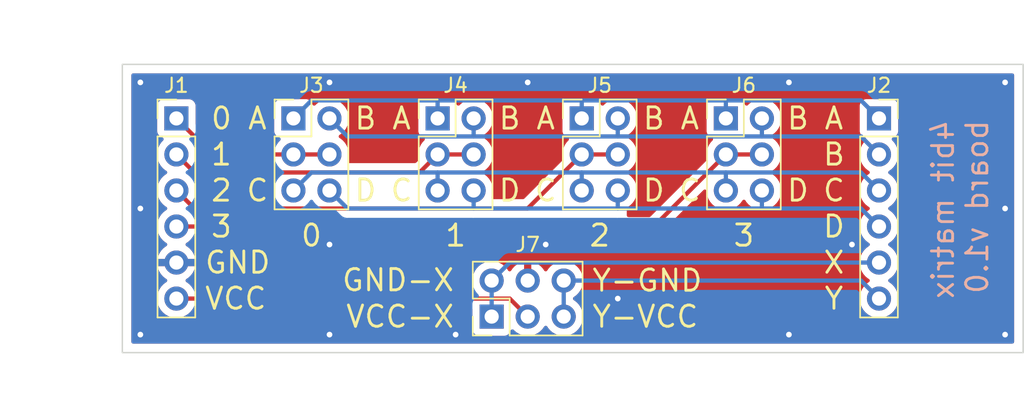
<source format=kicad_pcb>
(kicad_pcb (version 20211014) (generator pcbnew)
  (layers (0 "F.Cu" signal) (31 "B.Cu" signal) (34 "B.Paste" user) (35 "F.Paste" user) (36 "B.SilkS" user "B.Silkscreen") (37 "F.SilkS" user "F.Silkscreen") (38 "B.Mask" user) (39 "F.Mask" user) (44 "Edge.Cuts" user))
  (net 0 "")
  (net 1 "/io0")
  (net 2 "/io1")
  (net 3 "/io2")
  (net 4 "/io3")
  (net 5 "/GND")
  (net 6 "/VCC")
  (net 7 "/A")
  (net 8 "/B")
  (net 9 "/C")
  (net 10 "/D")
  (net 11 "/X")
  (net 12 "/Y")
  (footprint "Connector_PinHeader_2.54mm:PinHeader_1x06_P2.54mm_Vertical" (layer "F.Cu") (at 119.38 88.9)
    (fp_text reference "J1" (at 0 -2.33) (layer "F.SilkS"))
    (fp_text value "Conn_01x06")
    (fp_line (start 1.33 1.27) (end 1.33 14.03) (layer "F.SilkS") (width 0.12))
    (fp_line (start -1.33 14.03) (end 1.33 14.03) (layer "F.SilkS") (width 0.12))
    (fp_line (start -1.33 -1.33) (end 0 -1.33) (layer "F.SilkS") (width 0.12))
    (fp_line (start -1.33 0) (end -1.33 -1.33) (layer "F.SilkS") (width 0.12))
    (fp_line (start -1.33 1.27) (end -1.33 14.03) (layer "F.SilkS") (width 0.12))
    (fp_line (start -1.33 1.27) (end 1.33 1.27) (layer "F.SilkS") (width 0.12))
    (pad "1" thru_hole rect (at 0 0) (size 1.7 1.7) (drill 1) (layers *.Cu *.Mask) (net 1 "/io0"))
    (pad "2" thru_hole oval (at 0 2.54) (size 1.7 1.7) (drill 1) (layers *.Cu *.Mask) (net 2 "/io1"))
    (pad "3" thru_hole oval (at 0 5.08) (size 1.7 1.7) (drill 1) (layers *.Cu *.Mask) (net 3 "/io2"))
    (pad "4" thru_hole oval (at 0 7.62) (size 1.7 1.7) (drill 1) (layers *.Cu *.Mask) (net 4 "/io3"))
    (pad "5" thru_hole oval (at 0 10.16) (size 1.7 1.7) (drill 1) (layers *.Cu *.Mask) (net 5 "/GND"))
    (pad "6" thru_hole oval (at 0 12.7) (size 1.7 1.7) (drill 1) (layers *.Cu *.Mask) (net 6 "/VCC"))
  )
  (footprint "Connector_PinHeader_2.54mm:PinHeader_2x03_P2.54mm_Vertical" (layer "F.Cu") (at 141.605 102.87 90)
    (fp_text reference "J7" (at 5.08 2.54 180) (layer "F.SilkS"))
    (fp_text value "Conn_02x03_Odd_Even")
    (fp_line (start -1.33 1.27) (end -1.33 6.41) (layer "F.SilkS") (width 0.12))
    (fp_line (start 1.27 -1.33) (end 3.87 -1.33) (layer "F.SilkS") (width 0.12))
    (fp_line (start -1.33 0) (end -1.33 -1.33) (layer "F.SilkS") (width 0.12))
    (fp_line (start -1.33 -1.33) (end 0 -1.33) (layer "F.SilkS") (width 0.12))
    (fp_line (start -1.33 1.27) (end 1.27 1.27) (layer "F.SilkS") (width 0.12))
    (fp_line (start 3.87 -1.33) (end 3.87 6.41) (layer "F.SilkS") (width 0.12))
    (fp_line (start -1.33 6.41) (end 3.87 6.41) (layer "F.SilkS") (width 0.12))
    (fp_line (start 1.27 1.27) (end 1.27 -1.33) (layer "F.SilkS") (width 0.12))
    (pad "1" thru_hole rect (at 0 0 90) (size 1.7 1.7) (drill 1) (layers *.Cu *.Mask) (net 11 "/X"))
    (pad "2" thru_hole oval (at 2.54 0 90) (size 1.7 1.7) (drill 1) (layers *.Cu *.Mask) (net 11 "/X"))
    (pad "3" thru_hole oval (at 0 2.54 90) (size 1.7 1.7) (drill 1) (layers *.Cu *.Mask) (net 6 "/VCC"))
    (pad "4" thru_hole oval (at 2.54 2.54 90) (size 1.7 1.7) (drill 1) (layers *.Cu *.Mask) (net 5 "/GND"))
    (pad "5" thru_hole oval (at 0 5.08 90) (size 1.7 1.7) (drill 1) (layers *.Cu *.Mask) (net 12 "/Y"))
    (pad "6" thru_hole oval (at 2.54 5.08 90) (size 1.7 1.7) (drill 1) (layers *.Cu *.Mask) (net 12 "/Y"))
  )
  (footprint "Connector_PinHeader_2.54mm:PinHeader_2x03_P2.54mm_Vertical" (layer "F.Cu") (at 127.63 88.9)
    (fp_text reference "J3" (at 1.27 -2.33) (layer "F.SilkS"))
    (fp_text value "Conn_02x03_Odd_Even")
    (fp_line (start -1.33 1.27) (end 1.27 1.27) (layer "F.SilkS") (width 0.12))
    (fp_line (start -1.33 0) (end -1.33 -1.33) (layer "F.SilkS") (width 0.12))
    (fp_line (start -1.33 1.27) (end -1.33 6.41) (layer "F.SilkS") (width 0.12))
    (fp_line (start -1.33 6.41) (end 3.87 6.41) (layer "F.SilkS") (width 0.12))
    (fp_line (start 1.27 -1.33) (end 3.87 -1.33) (layer "F.SilkS") (width 0.12))
    (fp_line (start -1.33 -1.33) (end 0 -1.33) (layer "F.SilkS") (width 0.12))
    (fp_line (start 3.87 -1.33) (end 3.87 6.41) (layer "F.SilkS") (width 0.12))
    (fp_line (start 1.27 1.27) (end 1.27 -1.33) (layer "F.SilkS") (width 0.12))
    (pad "1" thru_hole rect (at 0 0) (size 1.7 1.7) (drill 1) (layers *.Cu *.Mask) (net 7 "/A"))
    (pad "2" thru_hole oval (at 2.54 0) (size 1.7 1.7) (drill 1) (layers *.Cu *.Mask) (net 8 "/B"))
    (pad "3" thru_hole oval (at 0 2.54) (size 1.7 1.7) (drill 1) (layers *.Cu *.Mask) (net 1 "/io0"))
    (pad "4" thru_hole oval (at 2.54 2.54) (size 1.7 1.7) (drill 1) (layers *.Cu *.Mask) (net 1 "/io0"))
    (pad "5" thru_hole oval (at 0 5.08) (size 1.7 1.7) (drill 1) (layers *.Cu *.Mask) (net 9 "/C"))
    (pad "6" thru_hole oval (at 2.54 5.08) (size 1.7 1.7) (drill 1) (layers *.Cu *.Mask) (net 10 "/D"))
  )
  (footprint "Connector_PinHeader_2.54mm:PinHeader_2x03_P2.54mm_Vertical" (layer "F.Cu") (at 147.955 88.9)
    (fp_text reference "J5" (at 1.27 -2.33) (layer "F.SilkS"))
    (fp_text value "Conn_02x03_Odd_Even")
    (fp_line (start -1.33 6.41) (end 3.87 6.41) (layer "F.SilkS") (width 0.12))
    (fp_line (start -1.33 0) (end -1.33 -1.33) (layer "F.SilkS") (width 0.12))
    (fp_line (start -1.33 1.27) (end -1.33 6.41) (layer "F.SilkS") (width 0.12))
    (fp_line (start 1.27 1.27) (end 1.27 -1.33) (layer "F.SilkS") (width 0.12))
    (fp_line (start 1.27 -1.33) (end 3.87 -1.33) (layer "F.SilkS") (width 0.12))
    (fp_line (start -1.33 -1.33) (end 0 -1.33) (layer "F.SilkS") (width 0.12))
    (fp_line (start 3.87 -1.33) (end 3.87 6.41) (layer "F.SilkS") (width 0.12))
    (fp_line (start -1.33 1.27) (end 1.27 1.27) (layer "F.SilkS") (width 0.12))
    (pad "1" thru_hole rect (at 0 0) (size 1.7 1.7) (drill 1) (layers *.Cu *.Mask) (net 7 "/A"))
    (pad "2" thru_hole oval (at 2.54 0) (size 1.7 1.7) (drill 1) (layers *.Cu *.Mask) (net 8 "/B"))
    (pad "3" thru_hole oval (at 0 2.54) (size 1.7 1.7) (drill 1) (layers *.Cu *.Mask) (net 3 "/io2"))
    (pad "4" thru_hole oval (at 2.54 2.54) (size 1.7 1.7) (drill 1) (layers *.Cu *.Mask) (net 3 "/io2"))
    (pad "5" thru_hole oval (at 0 5.08) (size 1.7 1.7) (drill 1) (layers *.Cu *.Mask) (net 9 "/C"))
    (pad "6" thru_hole oval (at 2.54 5.08) (size 1.7 1.7) (drill 1) (layers *.Cu *.Mask) (net 10 "/D"))
  )
  (footprint "Connector_PinSocket_2.54mm:PinSocket_1x06_P2.54mm_Vertical" (layer "F.Cu") (at 168.91 88.9)
    (fp_text reference "J2" (at 0 -2.33) (layer "F.SilkS"))
    (fp_text value "Conn_01x06")
    (fp_line (start -1.33 1.27) (end 1.33 1.27) (layer "F.SilkS") (width 0.12))
    (fp_line (start -1.33 1.27) (end -1.33 14.03) (layer "F.SilkS") (width 0.12))
    (fp_line (start 1.33 1.27) (end 1.33 14.03) (layer "F.SilkS") (width 0.12))
    (fp_line (start 0 -1.33) (end 1.33 -1.33) (layer "F.SilkS") (width 0.12))
    (fp_line (start 1.33 -1.33) (end 1.33 0) (layer "F.SilkS") (width 0.12))
    (fp_line (start -1.33 14.03) (end 1.33 14.03) (layer "F.SilkS") (width 0.12))
    (pad "1" thru_hole rect (at 0 0) (size 1.7 1.7) (drill 1) (layers *.Cu *.Mask) (net 7 "/A"))
    (pad "2" thru_hole oval (at 0 2.54) (size 1.7 1.7) (drill 1) (layers *.Cu *.Mask) (net 8 "/B"))
    (pad "3" thru_hole oval (at 0 5.08) (size 1.7 1.7) (drill 1) (layers *.Cu *.Mask) (net 9 "/C"))
    (pad "4" thru_hole oval (at 0 7.62) (size 1.7 1.7) (drill 1) (layers *.Cu *.Mask) (net 10 "/D"))
    (pad "5" thru_hole oval (at 0 10.16) (size 1.7 1.7) (drill 1) (layers *.Cu *.Mask) (net 11 "/X"))
    (pad "6" thru_hole oval (at 0 12.7) (size 1.7 1.7) (drill 1) (layers *.Cu *.Mask) (net 12 "/Y"))
  )
  (footprint "Connector_PinHeader_2.54mm:PinHeader_2x03_P2.54mm_Vertical" (layer "F.Cu") (at 158.115 88.9)
    (fp_text reference "J6" (at 1.27 -2.33) (layer "F.SilkS"))
    (fp_text value "Conn_02x03_Odd_Even")
    (fp_line (start -1.33 1.27) (end -1.33 6.41) (layer "F.SilkS") (width 0.12))
    (fp_line (start -1.33 0) (end -1.33 -1.33) (layer "F.SilkS") (width 0.12))
    (fp_line (start 3.87 -1.33) (end 3.87 6.41) (layer "F.SilkS") (width 0.12))
    (fp_line (start -1.33 -1.33) (end 0 -1.33) (layer "F.SilkS") (width 0.12))
    (fp_line (start 1.27 -1.33) (end 3.87 -1.33) (layer "F.SilkS") (width 0.12))
    (fp_line (start -1.33 6.41) (end 3.87 6.41) (layer "F.SilkS") (width 0.12))
    (fp_line (start 1.27 1.27) (end 1.27 -1.33) (layer "F.SilkS") (width 0.12))
    (fp_line (start -1.33 1.27) (end 1.27 1.27) (layer "F.SilkS") (width 0.12))
    (pad "1" thru_hole rect (at 0 0) (size 1.7 1.7) (drill 1) (layers *.Cu *.Mask) (net 7 "/A"))
    (pad "2" thru_hole oval (at 2.54 0) (size 1.7 1.7) (drill 1) (layers *.Cu *.Mask) (net 8 "/B"))
    (pad "3" thru_hole oval (at 0 2.54) (size 1.7 1.7) (drill 1) (layers *.Cu *.Mask) (net 4 "/io3"))
    (pad "4" thru_hole oval (at 2.54 2.54) (size 1.7 1.7) (drill 1) (layers *.Cu *.Mask) (net 4 "/io3"))
    (pad "5" thru_hole oval (at 0 5.08) (size 1.7 1.7) (drill 1) (layers *.Cu *.Mask) (net 9 "/C"))
    (pad "6" thru_hole oval (at 2.54 5.08) (size 1.7 1.7) (drill 1) (layers *.Cu *.Mask) (net 10 "/D"))
  )
  (footprint "Connector_PinHeader_2.54mm:PinHeader_2x03_P2.54mm_Vertical" (layer "F.Cu") (at 137.795 88.9)
    (fp_text reference "J4" (at 1.27 -2.33) (layer "F.SilkS"))
    (fp_text value "Conn_02x03_Odd_Even")
    (fp_line (start 1.27 -1.33) (end 3.87 -1.33) (layer "F.SilkS") (width 0.12))
    (fp_line (start -1.33 1.27) (end -1.33 6.41) (layer "F.SilkS") (width 0.12))
    (fp_line (start -1.33 0) (end -1.33 -1.33) (layer "F.SilkS") (width 0.12))
    (fp_line (start -1.33 6.41) (end 3.87 6.41) (layer "F.SilkS") (width 0.12))
    (fp_line (start 1.27 1.27) (end 1.27 -1.33) (layer "F.SilkS") (width 0.12))
    (fp_line (start 3.87 -1.33) (end 3.87 6.41) (layer "F.SilkS") (width 0.12))
    (fp_line (start -1.33 1.27) (end 1.27 1.27) (layer "F.SilkS") (width 0.12))
    (fp_line (start -1.33 -1.33) (end 0 -1.33) (layer "F.SilkS") (width 0.12))
    (pad "1" thru_hole rect (at 0 0) (size 1.7 1.7) (drill 1) (layers *.Cu *.Mask) (net 7 "/A"))
    (pad "2" thru_hole oval (at 2.54 0) (size 1.7 1.7) (drill 1) (layers *.Cu *.Mask) (net 8 "/B"))
    (pad "3" thru_hole oval (at 0 2.54) (size 1.7 1.7) (drill 1) (layers *.Cu *.Mask) (net 2 "/io1"))
    (pad "4" thru_hole oval (at 2.54 2.54) (size 1.7 1.7) (drill 1) (layers *.Cu *.Mask) (net 2 "/io1"))
    (pad "5" thru_hole oval (at 0 5.08) (size 1.7 1.7) (drill 1) (layers *.Cu *.Mask) (net 9 "/C"))
    (pad "6" thru_hole oval (at 2.54 5.08) (size 1.7 1.7) (drill 1) (layers *.Cu *.Mask) (net 10 "/D"))
  )
  (gr_rect (start 115.57 85.09) (end 179.07 105.41) (layer "Edge.Cuts") (width 0.1) (fill none))
  (gr_text "4bit matrix\nboard v1.0" (at 174.625 88.9 90) (layer "B.SilkS") (effects (font (size 1.5 1.5) (thickness 0.2)) (justify left mirror)))
  (gr_text "A" (at 125.09 88.9) (layer "F.SilkS") (effects (font (size 1.5 1.5) (thickness 0.2))))
  (gr_text "3" (at 122.555 96.52) (layer "F.SilkS") (effects (font (size 1.5 1.5) (thickness 0.2))))
  (gr_text "A" (at 145.415 88.9) (layer "F.SilkS") (effects (font (size 1.5 1.5) (thickness 0.2))))
  (gr_text "GND" (at 121.285 99.06) (layer "F.SilkS") (effects (font (size 1.5 1.5) (thickness 0.2)) (justify left)))
  (gr_text "Y" (at 165.735 101.6) (layer "F.SilkS") (effects (font (size 1.5 1.5) (thickness 0.2))))
  (gr_text "0" (at 122.555 88.9) (layer "F.SilkS") (effects (font (size 1.5 1.5) (thickness 0.2))))
  (gr_text "B" (at 153.035 88.9) (layer "F.SilkS") (effects (font (size 1.5 1.5) (thickness 0.2))))
  (gr_text "2" (at 122.555 93.98) (layer "F.SilkS") (effects (font (size 1.5 1.5) (thickness 0.2))))
  (gr_text "B" (at 163.195 88.9) (layer "F.SilkS") (effects (font (size 1.5 1.5) (thickness 0.2))))
  (gr_text "A" (at 165.735 88.9) (layer "F.SilkS") (effects (font (size 1.5 1.5) (thickness 0.2))))
  (gr_text "X" (at 165.735 99.06) (layer "F.SilkS") (effects (font (size 1.5 1.5) (thickness 0.2))))
  (gr_text "C" (at 125.09 93.98) (layer "F.SilkS") (effects (font (size 1.5 1.5) (thickness 0.2))))
  (gr_text "B" (at 142.875 88.9) (layer "F.SilkS") (effects (font (size 1.5 1.5) (thickness 0.2))))
  (gr_text "C" (at 155.575 93.98) (layer "F.SilkS") (effects (font (size 1.5 1.5) (thickness 0.2))))
  (gr_text "1" (at 122.555 91.44) (layer "F.SilkS") (effects (font (size 1.5 1.5) (thickness 0.2))))
  (gr_text "B" (at 132.71 88.9) (layer "F.SilkS") (effects (font (size 1.5 1.5) (thickness 0.2))))
  (gr_text "D" (at 165.735 96.52) (layer "F.SilkS") (effects (font (size 1.5 1.5) (thickness 0.2))))
  (gr_text "C" (at 145.415 93.98) (layer "F.SilkS") (effects (font (size 1.5 1.5) (thickness 0.2))))
  (gr_text "VCC" (at 121.285 101.6) (layer "F.SilkS") (effects (font (size 1.5 1.5) (thickness 0.2)) (justify left)))
  (gr_text "Y-GND" (at 148.59 100.33) (layer "F.SilkS") (effects (font (size 1.5 1.5) (thickness 0.2)) (justify left)))
  (gr_text "A" (at 135.255 88.9) (layer "F.SilkS") (effects (font (size 1.5 1.5) (thickness 0.2))))
  (gr_text "3" (at 159.385 97.155) (layer "F.SilkS") (effects (font (size 1.5 1.5) (thickness 0.2))))
  (gr_text "VCC-X" (at 139.065 102.87) (layer "F.SilkS") (effects (font (size 1.5 1.5) (thickness 0.2)) (justify right)))
  (gr_text "1" (at 139.065 97.155) (layer "F.SilkS") (effects (font (size 1.5 1.5) (thickness 0.2))))
  (gr_text "B" (at 165.735 91.44) (layer "F.SilkS") (effects (font (size 1.5 1.5) (thickness 0.2))))
  (gr_text "C" (at 165.735 93.98) (layer "F.SilkS") (effects (font (size 1.5 1.5) (thickness 0.2))))
  (gr_text "A" (at 155.575 88.9) (layer "F.SilkS") (effects (font (size 1.5 1.5) (thickness 0.2))))
  (gr_text "D" (at 163.195 93.98) (layer "F.SilkS") (effects (font (size 1.5 1.5) (thickness 0.2))))
  (gr_text "0" (at 128.9 97.155) (layer "F.SilkS") (effects (font (size 1.5 1.5) (thickness 0.2))))
  (gr_text "2" (at 149.225 97.155) (layer "F.SilkS") (effects (font (size 1.5 1.5) (thickness 0.2))))
  (gr_text "C" (at 135.255 93.98) (layer "F.SilkS") (effects (font (size 1.5 1.5) (thickness 0.2))))
  (gr_text "D" (at 142.875 93.98) (layer "F.SilkS") (effects (font (size 1.5 1.5) (thickness 0.2))))
  (gr_text "GND-X" (at 139.065 100.3) (layer "F.SilkS") (effects (font (size 1.5 1.5) (thickness 0.2)) (justify right)))
  (gr_text "D" (at 153.035 93.98) (layer "F.SilkS") (effects (font (size 1.5 1.5) (thickness 0.2))))
  (gr_text "D" (at 132.71 93.98) (layer "F.SilkS") (effects (font (size 1.5 1.5) (thickness 0.2))))
  (gr_text "Y-VCC" (at 148.59 102.87) (layer "F.SilkS") (effects (font (size 1.5 1.5) (thickness 0.2)) (justify left)))
  (segment (start 119.38 88.9) (end 121.92 91.44) (width 0.3) (layer "F.Cu") (net 1))
  (segment (start 127.63 91.44) (end 130.17 91.44) (width 0.3) (layer "F.Cu") (net 1))
  (segment (start 121.92 91.44) (end 127.63 91.44) (width 0.3) (layer "F.Cu") (net 1))
  (segment (start 119.38 91.44) (end 120.65 92.71) (width 0.3) (layer "F.Cu") (net 2))
  (segment (start 136.525 92.71) (end 137.795 91.44) (width 0.3) (layer "F.Cu") (net 2))
  (segment (start 137.795 91.44) (end 140.335 91.44) (width 0.3) (layer "F.Cu") (net 2))
  (segment (start 120.65 92.71) (end 136.525 92.71) (width 0.3) (layer "F.Cu") (net 2))
  (segment (start 147.955 91.44) (end 150.495 91.44) (width 0.3) (layer "F.Cu") (net 3))
  (segment (start 119.38 93.98) (end 120.65 95.25) (width 0.3) (layer "F.Cu") (net 3))
  (segment (start 120.65 95.25) (end 144.145 95.25) (width 0.3) (layer "F.Cu") (net 3))
  (segment (start 144.145 95.25) (end 147.955 91.44) (width 0.3) (layer "F.Cu") (net 3))
  (segment (start 158.115 91.44) (end 160.655 91.44) (width 0.3) (layer "F.Cu") (net 4))
  (segment (start 119.38 96.52) (end 153.035 96.52) (width 0.3) (layer "F.Cu") (net 4))
  (segment (start 153.035 96.52) (end 158.115 91.44) (width 0.3) (layer "F.Cu") (net 4))
  (via (at 150.495 101.6) (size 0.8) (drill 0.4) (layers "F.Cu" "B.Cu") (net 5))
  (via (at 130.175 86.36) (size 0.8) (drill 0.4) (layers "F.Cu" "B.Cu") (net 5))
  (via (at 130.175 104.14) (size 0.8) (drill 0.4) (layers "F.Cu" "B.Cu") (net 5))
  (via (at 162.56 104.14) (size 0.8) (drill 0.4) (layers "F.Cu" "B.Cu") (net 5))
  (via (at 116.84 95.25) (size 0.8) (drill 0.4) (layers "F.Cu" "B.Cu") (net 5))
  (via (at 139.065 104.14) (size 0.8) (drill 0.4) (layers "F.Cu" "B.Cu") (net 5))
  (via (at 167.005 97.79) (size 0.8) (drill 0.4) (layers "F.Cu" "B.Cu") (net 5))
  (via (at 177.8 86.36) (size 0.8) (drill 0.4) (layers "F.Cu" "B.Cu") (net 5))
  (via (at 177.8 104.14) (size 0.8) (drill 0.4) (layers "F.Cu" "B.Cu") (net 5))
  (via (at 144.145 86.36) (size 0.8) (drill 0.4) (layers "F.Cu" "B.Cu") (net 5))
  (via (at 116.84 86.36) (size 0.8) (drill 0.4) (layers "F.Cu" "B.Cu") (net 5))
  (via (at 116.84 104.14) (size 0.8) (drill 0.4) (layers "F.Cu" "B.Cu") (net 5))
  (via (at 177.8 95.25) (size 0.8) (drill 0.4) (layers "F.Cu" "B.Cu") (net 5))
  (via (at 162.56 86.36) (size 0.8) (drill 0.4) (layers "F.Cu" "B.Cu") (net 5))
  (via (at 130.175 97.79) (size 0.8) (drill 0.4) (layers "F.Cu" "B.Cu") (net 5))
  (via (at 145.415 97.79) (size 0.8) (drill 0.4) (layers "F.Cu" "B.Cu") (net 5))
  (segment (start 142.875 101.6) (end 119.38 101.6) (width 0.3) (layer "F.Cu") (net 6))
  (segment (start 144.145 102.87) (end 142.875 101.6) (width 0.3) (layer "F.Cu") (net 6))
  (segment (start 137.795 88.9) (end 137.795 87.63) (width 0.3) (layer "B.Cu") (net 7))
  (segment (start 128.905 87.63) (end 137.795 87.63) (width 0.3) (layer "B.Cu") (net 7))
  (segment (start 147.955 87.63) (end 158.115 87.63) (width 0.3) (layer "B.Cu") (net 7))
  (segment (start 137.795 87.63) (end 147.955 87.63) (width 0.3) (layer "B.Cu") (net 7))
  (segment (start 147.955 88.9) (end 147.955 87.63) (width 0.3) (layer "B.Cu") (net 7))
  (segment (start 127.635 88.9) (end 128.905 87.63) (width 0.3) (layer "B.Cu") (net 7))
  (segment (start 158.115 88.9) (end 158.115 87.63) (width 0.3) (layer "B.Cu") (net 7))
  (segment (start 167.64 87.63) (end 168.91 88.9) (width 0.3) (layer "B.Cu") (net 7))
  (segment (start 127.63 88.9) (end 127.635 88.9) (width 0.3) (layer "B.Cu") (net 7))
  (segment (start 158.115 87.63) (end 167.64 87.63) (width 0.3) (layer "B.Cu") (net 7))
  (segment (start 167.64 90.17) (end 168.91 91.44) (width 0.3) (layer "B.Cu") (net 8))
  (segment (start 131.44 90.17) (end 140.335 90.17) (width 0.3) (layer "B.Cu") (net 8))
  (segment (start 150.495 88.9) (end 150.495 90.17) (width 0.3) (layer "B.Cu") (net 8))
  (segment (start 140.335 90.17) (end 150.495 90.17) (width 0.3) (layer "B.Cu") (net 8))
  (segment (start 150.495 90.17) (end 160.655 90.17) (width 0.3) (layer "B.Cu") (net 8))
  (segment (start 160.655 90.17) (end 167.64 90.17) (width 0.3) (layer "B.Cu") (net 8))
  (segment (start 140.335 88.9) (end 140.335 90.17) (width 0.3) (layer "B.Cu") (net 8))
  (segment (start 130.17 88.9) (end 131.44 90.17) (width 0.3) (layer "B.Cu") (net 8))
  (segment (start 160.655 88.9) (end 160.655 90.17) (width 0.3) (layer "B.Cu") (net 8))
  (segment (start 128.9 92.71) (end 137.795 92.71) (width 0.3) (layer "B.Cu") (net 9))
  (segment (start 147.955 93.98) (end 147.955 92.71) (width 0.3) (layer "B.Cu") (net 9))
  (segment (start 158.115 92.71) (end 167.64 92.71) (width 0.3) (layer "B.Cu") (net 9))
  (segment (start 127.63 93.98) (end 128.9 92.71) (width 0.3) (layer "B.Cu") (net 9))
  (segment (start 137.795 93.98) (end 137.795 92.71) (width 0.3) (layer "B.Cu") (net 9))
  (segment (start 147.955 92.71) (end 158.115 92.71) (width 0.3) (layer "B.Cu") (net 9))
  (segment (start 137.795 92.71) (end 147.955 92.71) (width 0.3) (layer "B.Cu") (net 9))
  (segment (start 167.64 92.71) (end 168.91 93.98) (width 0.3) (layer "B.Cu") (net 9))
  (segment (start 158.115 93.98) (end 158.115 92.71) (width 0.3) (layer "B.Cu") (net 9))
  (segment (start 150.495 93.98) (end 150.495 95.25) (width 0.3) (layer "B.Cu") (net 10))
  (segment (start 160.655 93.98) (end 160.655 95.25) (width 0.3) (layer "B.Cu") (net 10))
  (segment (start 130.17 93.98) (end 131.44 95.25) (width 0.3) (layer "B.Cu") (net 10))
  (segment (start 160.655 95.25) (end 167.64 95.25) (width 0.3) (layer "B.Cu") (net 10))
  (segment (start 140.335 95.25) (end 150.495 95.25) (width 0.3) (layer "B.Cu") (net 10))
  (segment (start 167.64 95.25) (end 168.91 96.52) (width 0.3) (layer "B.Cu") (net 10))
  (segment (start 131.44 95.25) (end 140.335 95.25) (width 0.3) (layer "B.Cu") (net 10))
  (segment (start 150.495 95.25) (end 160.655 95.25) (width 0.3) (layer "B.Cu") (net 10))
  (segment (start 140.335 93.98) (end 140.335 95.25) (width 0.3) (layer "B.Cu") (net 10))
  (segment (start 141.605 100.33) (end 141.605 102.87) (width 0.3) (layer "B.Cu") (net 11))
  (segment (start 168.91 99.06) (end 142.875 99.06) (width 0.3) (layer "B.Cu") (net 11))
  (segment (start 142.875 99.06) (end 141.605 100.33) (width 0.3) (layer "B.Cu") (net 11))
  (segment (start 146.685 100.33) (end 146.685 102.87) (width 0.3) (layer "B.Cu") (net 12))
  (segment (start 167.64 100.33) (end 168.91 101.6) (width 0.3) (layer "B.Cu") (net 12))
  (segment (start 146.685 100.33) (end 167.64 100.33) (width 0.3) (layer "B.Cu") (net 12))
  (zone (net 0) (net_name "") (layer "F.Cu") (connect_pads (clearance 0)) (min_thickness 0.254)
    (keepout (tracks allowed) (vias allowed) (pads allowed) (copperpour not_allowed) (footprints allowed))
    (fill (thermal_gap 0.508) (thermal_bridge_width 0.508))
    (polygon (pts (xy 151.13 95.885) (xy 150.495 95.25) (xy 151.13 94.615)))
  )
  (zone (net 5) (net_name "/GND") (layers F&B.Cu) (connect_pads (clearance 0.508)) (min_thickness 0.254) (fill yes (thermal_gap 0.508) (thermal_bridge_width 0.508))
    (polygon (pts (xy 178.435 104.775) (xy 116.205 104.775) (xy 116.205 85.725) (xy 178.435 85.725)))
  )
)
</source>
